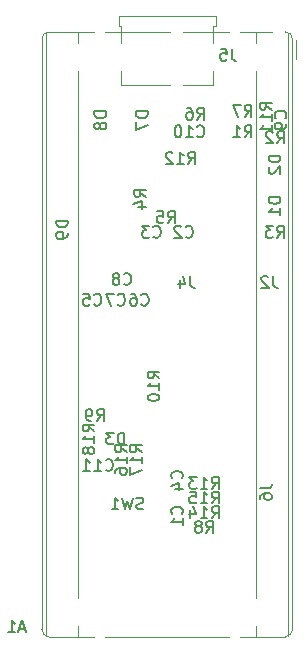
<source format=gbr>
%TF.GenerationSoftware,KiCad,Pcbnew,9.0.0*%
%TF.CreationDate,2025-03-18T00:42:33+02:00*%
%TF.ProjectId,haptic-bracelet,68617074-6963-42d6-9272-6163656c6574,rev?*%
%TF.SameCoordinates,Original*%
%TF.FileFunction,Legend,Bot*%
%TF.FilePolarity,Positive*%
%FSLAX46Y46*%
G04 Gerber Fmt 4.6, Leading zero omitted, Abs format (unit mm)*
G04 Created by KiCad (PCBNEW 9.0.0) date 2025-03-18 00:42:33*
%MOMM*%
%LPD*%
G01*
G04 APERTURE LIST*
G04 Aperture macros list*
%AMFreePoly0*
4,1,37,0.603843,0.796157,0.639018,0.796157,0.711114,0.766294,0.766294,0.711114,0.796157,0.639018,0.796157,0.603843,0.800000,0.600000,0.800000,-0.600000,0.796157,-0.603843,0.796157,-0.639018,0.766294,-0.711114,0.711114,-0.766294,0.639018,-0.796157,0.603843,-0.796157,0.600000,-0.800000,0.000000,-0.800000,0.000000,-0.796148,-0.078414,-0.796148,-0.232228,-0.765552,-0.377117,-0.705537,
-0.507515,-0.618408,-0.618408,-0.507515,-0.705537,-0.377117,-0.765552,-0.232228,-0.796148,-0.078414,-0.796148,0.078414,-0.765552,0.232228,-0.705537,0.377117,-0.618408,0.507515,-0.507515,0.618408,-0.377117,0.705537,-0.232228,0.765552,-0.078414,0.796148,0.000000,0.796148,0.000000,0.800000,0.600000,0.800000,0.603843,0.796157,0.603843,0.796157,$1*%
%AMFreePoly1*
4,1,37,0.000000,0.796148,0.078414,0.796148,0.232228,0.765552,0.377117,0.705537,0.507515,0.618408,0.618408,0.507515,0.705537,0.377117,0.765552,0.232228,0.796148,0.078414,0.796148,-0.078414,0.765552,-0.232228,0.705537,-0.377117,0.618408,-0.507515,0.507515,-0.618408,0.377117,-0.705537,0.232228,-0.765552,0.078414,-0.796148,0.000000,-0.796148,0.000000,-0.800000,-0.600000,-0.800000,
-0.603843,-0.796157,-0.639018,-0.796157,-0.711114,-0.766294,-0.766294,-0.711114,-0.796157,-0.639018,-0.796157,-0.603843,-0.800000,-0.600000,-0.800000,0.600000,-0.796157,0.603843,-0.796157,0.639018,-0.766294,0.711114,-0.711114,0.766294,-0.639018,0.796157,-0.603843,0.796157,-0.600000,0.800000,0.000000,0.800000,0.000000,0.796148,0.000000,0.796148,$1*%
G04 Aperture macros list end*
%ADD10C,0.150000*%
%ADD11C,0.120000*%
%ADD12C,0.900000*%
%ADD13C,0.650000*%
%ADD14O,1.000000X2.100000*%
%ADD15O,1.000000X1.600000*%
%ADD16C,0.770000*%
%ADD17FreePoly0,180.000000*%
%ADD18C,1.600000*%
%ADD19FreePoly1,180.000000*%
G04 APERTURE END LIST*
D10*
X161488094Y-108454819D02*
X161488094Y-107454819D01*
X161488094Y-107454819D02*
X161249999Y-107454819D01*
X161249999Y-107454819D02*
X161107142Y-107502438D01*
X161107142Y-107502438D02*
X161011904Y-107597676D01*
X161011904Y-107597676D02*
X160964285Y-107692914D01*
X160964285Y-107692914D02*
X160916666Y-107883390D01*
X160916666Y-107883390D02*
X160916666Y-108026247D01*
X160916666Y-108026247D02*
X160964285Y-108216723D01*
X160964285Y-108216723D02*
X161011904Y-108311961D01*
X161011904Y-108311961D02*
X161107142Y-108407200D01*
X161107142Y-108407200D02*
X161249999Y-108454819D01*
X161249999Y-108454819D02*
X161488094Y-108454819D01*
X160583332Y-107454819D02*
X159964285Y-107454819D01*
X159964285Y-107454819D02*
X160297618Y-107835771D01*
X160297618Y-107835771D02*
X160154761Y-107835771D01*
X160154761Y-107835771D02*
X160059523Y-107883390D01*
X160059523Y-107883390D02*
X160011904Y-107931009D01*
X160011904Y-107931009D02*
X159964285Y-108026247D01*
X159964285Y-108026247D02*
X159964285Y-108264342D01*
X159964285Y-108264342D02*
X160011904Y-108359580D01*
X160011904Y-108359580D02*
X160059523Y-108407200D01*
X160059523Y-108407200D02*
X160154761Y-108454819D01*
X160154761Y-108454819D02*
X160440475Y-108454819D01*
X160440475Y-108454819D02*
X160535713Y-108407200D01*
X160535713Y-108407200D02*
X160583332Y-108359580D01*
X167083333Y-94204819D02*
X167083333Y-94919104D01*
X167083333Y-94919104D02*
X167130952Y-95061961D01*
X167130952Y-95061961D02*
X167226190Y-95157200D01*
X167226190Y-95157200D02*
X167369047Y-95204819D01*
X167369047Y-95204819D02*
X167464285Y-95204819D01*
X166178571Y-94538152D02*
X166178571Y-95204819D01*
X166416666Y-94157200D02*
X166654761Y-94871485D01*
X166654761Y-94871485D02*
X166035714Y-94871485D01*
X167666666Y-80954819D02*
X167999999Y-80478628D01*
X168238094Y-80954819D02*
X168238094Y-79954819D01*
X168238094Y-79954819D02*
X167857142Y-79954819D01*
X167857142Y-79954819D02*
X167761904Y-80002438D01*
X167761904Y-80002438D02*
X167714285Y-80050057D01*
X167714285Y-80050057D02*
X167666666Y-80145295D01*
X167666666Y-80145295D02*
X167666666Y-80288152D01*
X167666666Y-80288152D02*
X167714285Y-80383390D01*
X167714285Y-80383390D02*
X167761904Y-80431009D01*
X167761904Y-80431009D02*
X167857142Y-80478628D01*
X167857142Y-80478628D02*
X168238094Y-80478628D01*
X166809523Y-79954819D02*
X166999999Y-79954819D01*
X166999999Y-79954819D02*
X167095237Y-80002438D01*
X167095237Y-80002438D02*
X167142856Y-80050057D01*
X167142856Y-80050057D02*
X167238094Y-80192914D01*
X167238094Y-80192914D02*
X167285713Y-80383390D01*
X167285713Y-80383390D02*
X167285713Y-80764342D01*
X167285713Y-80764342D02*
X167238094Y-80859580D01*
X167238094Y-80859580D02*
X167190475Y-80907200D01*
X167190475Y-80907200D02*
X167095237Y-80954819D01*
X167095237Y-80954819D02*
X166904761Y-80954819D01*
X166904761Y-80954819D02*
X166809523Y-80907200D01*
X166809523Y-80907200D02*
X166761904Y-80859580D01*
X166761904Y-80859580D02*
X166714285Y-80764342D01*
X166714285Y-80764342D02*
X166714285Y-80526247D01*
X166714285Y-80526247D02*
X166761904Y-80431009D01*
X166761904Y-80431009D02*
X166809523Y-80383390D01*
X166809523Y-80383390D02*
X166904761Y-80335771D01*
X166904761Y-80335771D02*
X167095237Y-80335771D01*
X167095237Y-80335771D02*
X167190475Y-80383390D01*
X167190475Y-80383390D02*
X167238094Y-80431009D01*
X167238094Y-80431009D02*
X167285713Y-80526247D01*
X165166666Y-89704819D02*
X165499999Y-89228628D01*
X165738094Y-89704819D02*
X165738094Y-88704819D01*
X165738094Y-88704819D02*
X165357142Y-88704819D01*
X165357142Y-88704819D02*
X165261904Y-88752438D01*
X165261904Y-88752438D02*
X165214285Y-88800057D01*
X165214285Y-88800057D02*
X165166666Y-88895295D01*
X165166666Y-88895295D02*
X165166666Y-89038152D01*
X165166666Y-89038152D02*
X165214285Y-89133390D01*
X165214285Y-89133390D02*
X165261904Y-89181009D01*
X165261904Y-89181009D02*
X165357142Y-89228628D01*
X165357142Y-89228628D02*
X165738094Y-89228628D01*
X164261904Y-88704819D02*
X164738094Y-88704819D01*
X164738094Y-88704819D02*
X164785713Y-89181009D01*
X164785713Y-89181009D02*
X164738094Y-89133390D01*
X164738094Y-89133390D02*
X164642856Y-89085771D01*
X164642856Y-89085771D02*
X164404761Y-89085771D01*
X164404761Y-89085771D02*
X164309523Y-89133390D01*
X164309523Y-89133390D02*
X164261904Y-89181009D01*
X164261904Y-89181009D02*
X164214285Y-89276247D01*
X164214285Y-89276247D02*
X164214285Y-89514342D01*
X164214285Y-89514342D02*
X164261904Y-89609580D01*
X164261904Y-89609580D02*
X164309523Y-89657200D01*
X164309523Y-89657200D02*
X164404761Y-89704819D01*
X164404761Y-89704819D02*
X164642856Y-89704819D01*
X164642856Y-89704819D02*
X164738094Y-89657200D01*
X164738094Y-89657200D02*
X164785713Y-89609580D01*
X166892857Y-84704819D02*
X167226190Y-84228628D01*
X167464285Y-84704819D02*
X167464285Y-83704819D01*
X167464285Y-83704819D02*
X167083333Y-83704819D01*
X167083333Y-83704819D02*
X166988095Y-83752438D01*
X166988095Y-83752438D02*
X166940476Y-83800057D01*
X166940476Y-83800057D02*
X166892857Y-83895295D01*
X166892857Y-83895295D02*
X166892857Y-84038152D01*
X166892857Y-84038152D02*
X166940476Y-84133390D01*
X166940476Y-84133390D02*
X166988095Y-84181009D01*
X166988095Y-84181009D02*
X167083333Y-84228628D01*
X167083333Y-84228628D02*
X167464285Y-84228628D01*
X165940476Y-84704819D02*
X166511904Y-84704819D01*
X166226190Y-84704819D02*
X166226190Y-83704819D01*
X166226190Y-83704819D02*
X166321428Y-83847676D01*
X166321428Y-83847676D02*
X166416666Y-83942914D01*
X166416666Y-83942914D02*
X166511904Y-83990533D01*
X165559523Y-83800057D02*
X165511904Y-83752438D01*
X165511904Y-83752438D02*
X165416666Y-83704819D01*
X165416666Y-83704819D02*
X165178571Y-83704819D01*
X165178571Y-83704819D02*
X165083333Y-83752438D01*
X165083333Y-83752438D02*
X165035714Y-83800057D01*
X165035714Y-83800057D02*
X164988095Y-83895295D01*
X164988095Y-83895295D02*
X164988095Y-83990533D01*
X164988095Y-83990533D02*
X165035714Y-84133390D01*
X165035714Y-84133390D02*
X165607142Y-84704819D01*
X165607142Y-84704819D02*
X164988095Y-84704819D01*
X166666666Y-90859580D02*
X166714285Y-90907200D01*
X166714285Y-90907200D02*
X166857142Y-90954819D01*
X166857142Y-90954819D02*
X166952380Y-90954819D01*
X166952380Y-90954819D02*
X167095237Y-90907200D01*
X167095237Y-90907200D02*
X167190475Y-90811961D01*
X167190475Y-90811961D02*
X167238094Y-90716723D01*
X167238094Y-90716723D02*
X167285713Y-90526247D01*
X167285713Y-90526247D02*
X167285713Y-90383390D01*
X167285713Y-90383390D02*
X167238094Y-90192914D01*
X167238094Y-90192914D02*
X167190475Y-90097676D01*
X167190475Y-90097676D02*
X167095237Y-90002438D01*
X167095237Y-90002438D02*
X166952380Y-89954819D01*
X166952380Y-89954819D02*
X166857142Y-89954819D01*
X166857142Y-89954819D02*
X166714285Y-90002438D01*
X166714285Y-90002438D02*
X166666666Y-90050057D01*
X166285713Y-90050057D02*
X166238094Y-90002438D01*
X166238094Y-90002438D02*
X166142856Y-89954819D01*
X166142856Y-89954819D02*
X165904761Y-89954819D01*
X165904761Y-89954819D02*
X165809523Y-90002438D01*
X165809523Y-90002438D02*
X165761904Y-90050057D01*
X165761904Y-90050057D02*
X165714285Y-90145295D01*
X165714285Y-90145295D02*
X165714285Y-90240533D01*
X165714285Y-90240533D02*
X165761904Y-90383390D01*
X165761904Y-90383390D02*
X166333332Y-90954819D01*
X166333332Y-90954819D02*
X165714285Y-90954819D01*
X159892857Y-110609580D02*
X159940476Y-110657200D01*
X159940476Y-110657200D02*
X160083333Y-110704819D01*
X160083333Y-110704819D02*
X160178571Y-110704819D01*
X160178571Y-110704819D02*
X160321428Y-110657200D01*
X160321428Y-110657200D02*
X160416666Y-110561961D01*
X160416666Y-110561961D02*
X160464285Y-110466723D01*
X160464285Y-110466723D02*
X160511904Y-110276247D01*
X160511904Y-110276247D02*
X160511904Y-110133390D01*
X160511904Y-110133390D02*
X160464285Y-109942914D01*
X160464285Y-109942914D02*
X160416666Y-109847676D01*
X160416666Y-109847676D02*
X160321428Y-109752438D01*
X160321428Y-109752438D02*
X160178571Y-109704819D01*
X160178571Y-109704819D02*
X160083333Y-109704819D01*
X160083333Y-109704819D02*
X159940476Y-109752438D01*
X159940476Y-109752438D02*
X159892857Y-109800057D01*
X158940476Y-110704819D02*
X159511904Y-110704819D01*
X159226190Y-110704819D02*
X159226190Y-109704819D01*
X159226190Y-109704819D02*
X159321428Y-109847676D01*
X159321428Y-109847676D02*
X159416666Y-109942914D01*
X159416666Y-109942914D02*
X159511904Y-109990533D01*
X157988095Y-110704819D02*
X158559523Y-110704819D01*
X158273809Y-110704819D02*
X158273809Y-109704819D01*
X158273809Y-109704819D02*
X158369047Y-109847676D01*
X158369047Y-109847676D02*
X158464285Y-109942914D01*
X158464285Y-109942914D02*
X158559523Y-109990533D01*
X174416666Y-82954819D02*
X174749999Y-82478628D01*
X174988094Y-82954819D02*
X174988094Y-81954819D01*
X174988094Y-81954819D02*
X174607142Y-81954819D01*
X174607142Y-81954819D02*
X174511904Y-82002438D01*
X174511904Y-82002438D02*
X174464285Y-82050057D01*
X174464285Y-82050057D02*
X174416666Y-82145295D01*
X174416666Y-82145295D02*
X174416666Y-82288152D01*
X174416666Y-82288152D02*
X174464285Y-82383390D01*
X174464285Y-82383390D02*
X174511904Y-82431009D01*
X174511904Y-82431009D02*
X174607142Y-82478628D01*
X174607142Y-82478628D02*
X174988094Y-82478628D01*
X174035713Y-82050057D02*
X173988094Y-82002438D01*
X173988094Y-82002438D02*
X173892856Y-81954819D01*
X173892856Y-81954819D02*
X173654761Y-81954819D01*
X173654761Y-81954819D02*
X173559523Y-82002438D01*
X173559523Y-82002438D02*
X173511904Y-82050057D01*
X173511904Y-82050057D02*
X173464285Y-82145295D01*
X173464285Y-82145295D02*
X173464285Y-82240533D01*
X173464285Y-82240533D02*
X173511904Y-82383390D01*
X173511904Y-82383390D02*
X174083332Y-82954819D01*
X174083332Y-82954819D02*
X173464285Y-82954819D01*
X159954819Y-80261905D02*
X158954819Y-80261905D01*
X158954819Y-80261905D02*
X158954819Y-80500000D01*
X158954819Y-80500000D02*
X159002438Y-80642857D01*
X159002438Y-80642857D02*
X159097676Y-80738095D01*
X159097676Y-80738095D02*
X159192914Y-80785714D01*
X159192914Y-80785714D02*
X159383390Y-80833333D01*
X159383390Y-80833333D02*
X159526247Y-80833333D01*
X159526247Y-80833333D02*
X159716723Y-80785714D01*
X159716723Y-80785714D02*
X159811961Y-80738095D01*
X159811961Y-80738095D02*
X159907200Y-80642857D01*
X159907200Y-80642857D02*
X159954819Y-80500000D01*
X159954819Y-80500000D02*
X159954819Y-80261905D01*
X159383390Y-81404762D02*
X159335771Y-81309524D01*
X159335771Y-81309524D02*
X159288152Y-81261905D01*
X159288152Y-81261905D02*
X159192914Y-81214286D01*
X159192914Y-81214286D02*
X159145295Y-81214286D01*
X159145295Y-81214286D02*
X159050057Y-81261905D01*
X159050057Y-81261905D02*
X159002438Y-81309524D01*
X159002438Y-81309524D02*
X158954819Y-81404762D01*
X158954819Y-81404762D02*
X158954819Y-81595238D01*
X158954819Y-81595238D02*
X159002438Y-81690476D01*
X159002438Y-81690476D02*
X159050057Y-81738095D01*
X159050057Y-81738095D02*
X159145295Y-81785714D01*
X159145295Y-81785714D02*
X159192914Y-81785714D01*
X159192914Y-81785714D02*
X159288152Y-81738095D01*
X159288152Y-81738095D02*
X159335771Y-81690476D01*
X159335771Y-81690476D02*
X159383390Y-81595238D01*
X159383390Y-81595238D02*
X159383390Y-81404762D01*
X159383390Y-81404762D02*
X159431009Y-81309524D01*
X159431009Y-81309524D02*
X159478628Y-81261905D01*
X159478628Y-81261905D02*
X159573866Y-81214286D01*
X159573866Y-81214286D02*
X159764342Y-81214286D01*
X159764342Y-81214286D02*
X159859580Y-81261905D01*
X159859580Y-81261905D02*
X159907200Y-81309524D01*
X159907200Y-81309524D02*
X159954819Y-81404762D01*
X159954819Y-81404762D02*
X159954819Y-81595238D01*
X159954819Y-81595238D02*
X159907200Y-81690476D01*
X159907200Y-81690476D02*
X159859580Y-81738095D01*
X159859580Y-81738095D02*
X159764342Y-81785714D01*
X159764342Y-81785714D02*
X159573866Y-81785714D01*
X159573866Y-81785714D02*
X159478628Y-81738095D01*
X159478628Y-81738095D02*
X159431009Y-81690476D01*
X159431009Y-81690476D02*
X159383390Y-81595238D01*
X168892857Y-113454819D02*
X169226190Y-112978628D01*
X169464285Y-113454819D02*
X169464285Y-112454819D01*
X169464285Y-112454819D02*
X169083333Y-112454819D01*
X169083333Y-112454819D02*
X168988095Y-112502438D01*
X168988095Y-112502438D02*
X168940476Y-112550057D01*
X168940476Y-112550057D02*
X168892857Y-112645295D01*
X168892857Y-112645295D02*
X168892857Y-112788152D01*
X168892857Y-112788152D02*
X168940476Y-112883390D01*
X168940476Y-112883390D02*
X168988095Y-112931009D01*
X168988095Y-112931009D02*
X169083333Y-112978628D01*
X169083333Y-112978628D02*
X169464285Y-112978628D01*
X167940476Y-113454819D02*
X168511904Y-113454819D01*
X168226190Y-113454819D02*
X168226190Y-112454819D01*
X168226190Y-112454819D02*
X168321428Y-112597676D01*
X168321428Y-112597676D02*
X168416666Y-112692914D01*
X168416666Y-112692914D02*
X168511904Y-112740533D01*
X167035714Y-112454819D02*
X167511904Y-112454819D01*
X167511904Y-112454819D02*
X167559523Y-112931009D01*
X167559523Y-112931009D02*
X167511904Y-112883390D01*
X167511904Y-112883390D02*
X167416666Y-112835771D01*
X167416666Y-112835771D02*
X167178571Y-112835771D01*
X167178571Y-112835771D02*
X167083333Y-112883390D01*
X167083333Y-112883390D02*
X167035714Y-112931009D01*
X167035714Y-112931009D02*
X166988095Y-113026247D01*
X166988095Y-113026247D02*
X166988095Y-113264342D01*
X166988095Y-113264342D02*
X167035714Y-113359580D01*
X167035714Y-113359580D02*
X167083333Y-113407200D01*
X167083333Y-113407200D02*
X167178571Y-113454819D01*
X167178571Y-113454819D02*
X167416666Y-113454819D01*
X167416666Y-113454819D02*
X167511904Y-113407200D01*
X167511904Y-113407200D02*
X167559523Y-113359580D01*
X163941666Y-90859580D02*
X163989285Y-90907200D01*
X163989285Y-90907200D02*
X164132142Y-90954819D01*
X164132142Y-90954819D02*
X164227380Y-90954819D01*
X164227380Y-90954819D02*
X164370237Y-90907200D01*
X164370237Y-90907200D02*
X164465475Y-90811961D01*
X164465475Y-90811961D02*
X164513094Y-90716723D01*
X164513094Y-90716723D02*
X164560713Y-90526247D01*
X164560713Y-90526247D02*
X164560713Y-90383390D01*
X164560713Y-90383390D02*
X164513094Y-90192914D01*
X164513094Y-90192914D02*
X164465475Y-90097676D01*
X164465475Y-90097676D02*
X164370237Y-90002438D01*
X164370237Y-90002438D02*
X164227380Y-89954819D01*
X164227380Y-89954819D02*
X164132142Y-89954819D01*
X164132142Y-89954819D02*
X163989285Y-90002438D01*
X163989285Y-90002438D02*
X163941666Y-90050057D01*
X163608332Y-89954819D02*
X162989285Y-89954819D01*
X162989285Y-89954819D02*
X163322618Y-90335771D01*
X163322618Y-90335771D02*
X163179761Y-90335771D01*
X163179761Y-90335771D02*
X163084523Y-90383390D01*
X163084523Y-90383390D02*
X163036904Y-90431009D01*
X163036904Y-90431009D02*
X162989285Y-90526247D01*
X162989285Y-90526247D02*
X162989285Y-90764342D01*
X162989285Y-90764342D02*
X163036904Y-90859580D01*
X163036904Y-90859580D02*
X163084523Y-90907200D01*
X163084523Y-90907200D02*
X163179761Y-90954819D01*
X163179761Y-90954819D02*
X163465475Y-90954819D01*
X163465475Y-90954819D02*
X163560713Y-90907200D01*
X163560713Y-90907200D02*
X163608332Y-90859580D01*
X171666666Y-80704819D02*
X171999999Y-80228628D01*
X172238094Y-80704819D02*
X172238094Y-79704819D01*
X172238094Y-79704819D02*
X171857142Y-79704819D01*
X171857142Y-79704819D02*
X171761904Y-79752438D01*
X171761904Y-79752438D02*
X171714285Y-79800057D01*
X171714285Y-79800057D02*
X171666666Y-79895295D01*
X171666666Y-79895295D02*
X171666666Y-80038152D01*
X171666666Y-80038152D02*
X171714285Y-80133390D01*
X171714285Y-80133390D02*
X171761904Y-80181009D01*
X171761904Y-80181009D02*
X171857142Y-80228628D01*
X171857142Y-80228628D02*
X172238094Y-80228628D01*
X171333332Y-79704819D02*
X170666666Y-79704819D01*
X170666666Y-79704819D02*
X171095237Y-80704819D01*
X162916666Y-96609580D02*
X162964285Y-96657200D01*
X162964285Y-96657200D02*
X163107142Y-96704819D01*
X163107142Y-96704819D02*
X163202380Y-96704819D01*
X163202380Y-96704819D02*
X163345237Y-96657200D01*
X163345237Y-96657200D02*
X163440475Y-96561961D01*
X163440475Y-96561961D02*
X163488094Y-96466723D01*
X163488094Y-96466723D02*
X163535713Y-96276247D01*
X163535713Y-96276247D02*
X163535713Y-96133390D01*
X163535713Y-96133390D02*
X163488094Y-95942914D01*
X163488094Y-95942914D02*
X163440475Y-95847676D01*
X163440475Y-95847676D02*
X163345237Y-95752438D01*
X163345237Y-95752438D02*
X163202380Y-95704819D01*
X163202380Y-95704819D02*
X163107142Y-95704819D01*
X163107142Y-95704819D02*
X162964285Y-95752438D01*
X162964285Y-95752438D02*
X162916666Y-95800057D01*
X162059523Y-95704819D02*
X162249999Y-95704819D01*
X162249999Y-95704819D02*
X162345237Y-95752438D01*
X162345237Y-95752438D02*
X162392856Y-95800057D01*
X162392856Y-95800057D02*
X162488094Y-95942914D01*
X162488094Y-95942914D02*
X162535713Y-96133390D01*
X162535713Y-96133390D02*
X162535713Y-96514342D01*
X162535713Y-96514342D02*
X162488094Y-96609580D01*
X162488094Y-96609580D02*
X162440475Y-96657200D01*
X162440475Y-96657200D02*
X162345237Y-96704819D01*
X162345237Y-96704819D02*
X162154761Y-96704819D01*
X162154761Y-96704819D02*
X162059523Y-96657200D01*
X162059523Y-96657200D02*
X162011904Y-96609580D01*
X162011904Y-96609580D02*
X161964285Y-96514342D01*
X161964285Y-96514342D02*
X161964285Y-96276247D01*
X161964285Y-96276247D02*
X162011904Y-96181009D01*
X162011904Y-96181009D02*
X162059523Y-96133390D01*
X162059523Y-96133390D02*
X162154761Y-96085771D01*
X162154761Y-96085771D02*
X162345237Y-96085771D01*
X162345237Y-96085771D02*
X162440475Y-96133390D01*
X162440475Y-96133390D02*
X162488094Y-96181009D01*
X162488094Y-96181009D02*
X162535713Y-96276247D01*
X174083333Y-94204819D02*
X174083333Y-94919104D01*
X174083333Y-94919104D02*
X174130952Y-95061961D01*
X174130952Y-95061961D02*
X174226190Y-95157200D01*
X174226190Y-95157200D02*
X174369047Y-95204819D01*
X174369047Y-95204819D02*
X174464285Y-95204819D01*
X173654761Y-94300057D02*
X173607142Y-94252438D01*
X173607142Y-94252438D02*
X173511904Y-94204819D01*
X173511904Y-94204819D02*
X173273809Y-94204819D01*
X173273809Y-94204819D02*
X173178571Y-94252438D01*
X173178571Y-94252438D02*
X173130952Y-94300057D01*
X173130952Y-94300057D02*
X173083333Y-94395295D01*
X173083333Y-94395295D02*
X173083333Y-94490533D01*
X173083333Y-94490533D02*
X173130952Y-94633390D01*
X173130952Y-94633390D02*
X173702380Y-95204819D01*
X173702380Y-95204819D02*
X173083333Y-95204819D01*
X171666666Y-82454819D02*
X171999999Y-81978628D01*
X172238094Y-82454819D02*
X172238094Y-81454819D01*
X172238094Y-81454819D02*
X171857142Y-81454819D01*
X171857142Y-81454819D02*
X171761904Y-81502438D01*
X171761904Y-81502438D02*
X171714285Y-81550057D01*
X171714285Y-81550057D02*
X171666666Y-81645295D01*
X171666666Y-81645295D02*
X171666666Y-81788152D01*
X171666666Y-81788152D02*
X171714285Y-81883390D01*
X171714285Y-81883390D02*
X171761904Y-81931009D01*
X171761904Y-81931009D02*
X171857142Y-81978628D01*
X171857142Y-81978628D02*
X172238094Y-81978628D01*
X170714285Y-82454819D02*
X171285713Y-82454819D01*
X170999999Y-82454819D02*
X170999999Y-81454819D01*
X170999999Y-81454819D02*
X171095237Y-81597676D01*
X171095237Y-81597676D02*
X171190475Y-81692914D01*
X171190475Y-81692914D02*
X171285713Y-81740533D01*
X161441666Y-94859580D02*
X161489285Y-94907200D01*
X161489285Y-94907200D02*
X161632142Y-94954819D01*
X161632142Y-94954819D02*
X161727380Y-94954819D01*
X161727380Y-94954819D02*
X161870237Y-94907200D01*
X161870237Y-94907200D02*
X161965475Y-94811961D01*
X161965475Y-94811961D02*
X162013094Y-94716723D01*
X162013094Y-94716723D02*
X162060713Y-94526247D01*
X162060713Y-94526247D02*
X162060713Y-94383390D01*
X162060713Y-94383390D02*
X162013094Y-94192914D01*
X162013094Y-94192914D02*
X161965475Y-94097676D01*
X161965475Y-94097676D02*
X161870237Y-94002438D01*
X161870237Y-94002438D02*
X161727380Y-93954819D01*
X161727380Y-93954819D02*
X161632142Y-93954819D01*
X161632142Y-93954819D02*
X161489285Y-94002438D01*
X161489285Y-94002438D02*
X161441666Y-94050057D01*
X160870237Y-94383390D02*
X160965475Y-94335771D01*
X160965475Y-94335771D02*
X161013094Y-94288152D01*
X161013094Y-94288152D02*
X161060713Y-94192914D01*
X161060713Y-94192914D02*
X161060713Y-94145295D01*
X161060713Y-94145295D02*
X161013094Y-94050057D01*
X161013094Y-94050057D02*
X160965475Y-94002438D01*
X160965475Y-94002438D02*
X160870237Y-93954819D01*
X160870237Y-93954819D02*
X160679761Y-93954819D01*
X160679761Y-93954819D02*
X160584523Y-94002438D01*
X160584523Y-94002438D02*
X160536904Y-94050057D01*
X160536904Y-94050057D02*
X160489285Y-94145295D01*
X160489285Y-94145295D02*
X160489285Y-94192914D01*
X160489285Y-94192914D02*
X160536904Y-94288152D01*
X160536904Y-94288152D02*
X160584523Y-94335771D01*
X160584523Y-94335771D02*
X160679761Y-94383390D01*
X160679761Y-94383390D02*
X160870237Y-94383390D01*
X160870237Y-94383390D02*
X160965475Y-94431009D01*
X160965475Y-94431009D02*
X161013094Y-94478628D01*
X161013094Y-94478628D02*
X161060713Y-94573866D01*
X161060713Y-94573866D02*
X161060713Y-94764342D01*
X161060713Y-94764342D02*
X161013094Y-94859580D01*
X161013094Y-94859580D02*
X160965475Y-94907200D01*
X160965475Y-94907200D02*
X160870237Y-94954819D01*
X160870237Y-94954819D02*
X160679761Y-94954819D01*
X160679761Y-94954819D02*
X160584523Y-94907200D01*
X160584523Y-94907200D02*
X160536904Y-94859580D01*
X160536904Y-94859580D02*
X160489285Y-94764342D01*
X160489285Y-94764342D02*
X160489285Y-94573866D01*
X160489285Y-94573866D02*
X160536904Y-94478628D01*
X160536904Y-94478628D02*
X160584523Y-94431009D01*
X160584523Y-94431009D02*
X160679761Y-94383390D01*
X166359580Y-111333333D02*
X166407200Y-111285714D01*
X166407200Y-111285714D02*
X166454819Y-111142857D01*
X166454819Y-111142857D02*
X166454819Y-111047619D01*
X166454819Y-111047619D02*
X166407200Y-110904762D01*
X166407200Y-110904762D02*
X166311961Y-110809524D01*
X166311961Y-110809524D02*
X166216723Y-110761905D01*
X166216723Y-110761905D02*
X166026247Y-110714286D01*
X166026247Y-110714286D02*
X165883390Y-110714286D01*
X165883390Y-110714286D02*
X165692914Y-110761905D01*
X165692914Y-110761905D02*
X165597676Y-110809524D01*
X165597676Y-110809524D02*
X165502438Y-110904762D01*
X165502438Y-110904762D02*
X165454819Y-111047619D01*
X165454819Y-111047619D02*
X165454819Y-111142857D01*
X165454819Y-111142857D02*
X165502438Y-111285714D01*
X165502438Y-111285714D02*
X165550057Y-111333333D01*
X165788152Y-112190476D02*
X166454819Y-112190476D01*
X165407200Y-111952381D02*
X166121485Y-111714286D01*
X166121485Y-111714286D02*
X166121485Y-112333333D01*
X163083332Y-113907200D02*
X162940475Y-113954819D01*
X162940475Y-113954819D02*
X162702380Y-113954819D01*
X162702380Y-113954819D02*
X162607142Y-113907200D01*
X162607142Y-113907200D02*
X162559523Y-113859580D01*
X162559523Y-113859580D02*
X162511904Y-113764342D01*
X162511904Y-113764342D02*
X162511904Y-113669104D01*
X162511904Y-113669104D02*
X162559523Y-113573866D01*
X162559523Y-113573866D02*
X162607142Y-113526247D01*
X162607142Y-113526247D02*
X162702380Y-113478628D01*
X162702380Y-113478628D02*
X162892856Y-113431009D01*
X162892856Y-113431009D02*
X162988094Y-113383390D01*
X162988094Y-113383390D02*
X163035713Y-113335771D01*
X163035713Y-113335771D02*
X163083332Y-113240533D01*
X163083332Y-113240533D02*
X163083332Y-113145295D01*
X163083332Y-113145295D02*
X163035713Y-113050057D01*
X163035713Y-113050057D02*
X162988094Y-113002438D01*
X162988094Y-113002438D02*
X162892856Y-112954819D01*
X162892856Y-112954819D02*
X162654761Y-112954819D01*
X162654761Y-112954819D02*
X162511904Y-113002438D01*
X162178570Y-112954819D02*
X161940475Y-113954819D01*
X161940475Y-113954819D02*
X161749999Y-113240533D01*
X161749999Y-113240533D02*
X161559523Y-113954819D01*
X161559523Y-113954819D02*
X161321428Y-112954819D01*
X160416666Y-113954819D02*
X160988094Y-113954819D01*
X160702380Y-113954819D02*
X160702380Y-112954819D01*
X160702380Y-112954819D02*
X160797618Y-113097676D01*
X160797618Y-113097676D02*
X160892856Y-113192914D01*
X160892856Y-113192914D02*
X160988094Y-113240533D01*
X156704819Y-89511905D02*
X155704819Y-89511905D01*
X155704819Y-89511905D02*
X155704819Y-89750000D01*
X155704819Y-89750000D02*
X155752438Y-89892857D01*
X155752438Y-89892857D02*
X155847676Y-89988095D01*
X155847676Y-89988095D02*
X155942914Y-90035714D01*
X155942914Y-90035714D02*
X156133390Y-90083333D01*
X156133390Y-90083333D02*
X156276247Y-90083333D01*
X156276247Y-90083333D02*
X156466723Y-90035714D01*
X156466723Y-90035714D02*
X156561961Y-89988095D01*
X156561961Y-89988095D02*
X156657200Y-89892857D01*
X156657200Y-89892857D02*
X156704819Y-89750000D01*
X156704819Y-89750000D02*
X156704819Y-89511905D01*
X156704819Y-90559524D02*
X156704819Y-90750000D01*
X156704819Y-90750000D02*
X156657200Y-90845238D01*
X156657200Y-90845238D02*
X156609580Y-90892857D01*
X156609580Y-90892857D02*
X156466723Y-90988095D01*
X156466723Y-90988095D02*
X156276247Y-91035714D01*
X156276247Y-91035714D02*
X155895295Y-91035714D01*
X155895295Y-91035714D02*
X155800057Y-90988095D01*
X155800057Y-90988095D02*
X155752438Y-90940476D01*
X155752438Y-90940476D02*
X155704819Y-90845238D01*
X155704819Y-90845238D02*
X155704819Y-90654762D01*
X155704819Y-90654762D02*
X155752438Y-90559524D01*
X155752438Y-90559524D02*
X155800057Y-90511905D01*
X155800057Y-90511905D02*
X155895295Y-90464286D01*
X155895295Y-90464286D02*
X156133390Y-90464286D01*
X156133390Y-90464286D02*
X156228628Y-90511905D01*
X156228628Y-90511905D02*
X156276247Y-90559524D01*
X156276247Y-90559524D02*
X156323866Y-90654762D01*
X156323866Y-90654762D02*
X156323866Y-90845238D01*
X156323866Y-90845238D02*
X156276247Y-90940476D01*
X156276247Y-90940476D02*
X156228628Y-90988095D01*
X156228628Y-90988095D02*
X156133390Y-91035714D01*
X163304819Y-87483333D02*
X162828628Y-87150000D01*
X163304819Y-86911905D02*
X162304819Y-86911905D01*
X162304819Y-86911905D02*
X162304819Y-87292857D01*
X162304819Y-87292857D02*
X162352438Y-87388095D01*
X162352438Y-87388095D02*
X162400057Y-87435714D01*
X162400057Y-87435714D02*
X162495295Y-87483333D01*
X162495295Y-87483333D02*
X162638152Y-87483333D01*
X162638152Y-87483333D02*
X162733390Y-87435714D01*
X162733390Y-87435714D02*
X162781009Y-87388095D01*
X162781009Y-87388095D02*
X162828628Y-87292857D01*
X162828628Y-87292857D02*
X162828628Y-86911905D01*
X162638152Y-88340476D02*
X163304819Y-88340476D01*
X162257200Y-88102381D02*
X162971485Y-87864286D01*
X162971485Y-87864286D02*
X162971485Y-88483333D01*
X167642857Y-82359580D02*
X167690476Y-82407200D01*
X167690476Y-82407200D02*
X167833333Y-82454819D01*
X167833333Y-82454819D02*
X167928571Y-82454819D01*
X167928571Y-82454819D02*
X168071428Y-82407200D01*
X168071428Y-82407200D02*
X168166666Y-82311961D01*
X168166666Y-82311961D02*
X168214285Y-82216723D01*
X168214285Y-82216723D02*
X168261904Y-82026247D01*
X168261904Y-82026247D02*
X168261904Y-81883390D01*
X168261904Y-81883390D02*
X168214285Y-81692914D01*
X168214285Y-81692914D02*
X168166666Y-81597676D01*
X168166666Y-81597676D02*
X168071428Y-81502438D01*
X168071428Y-81502438D02*
X167928571Y-81454819D01*
X167928571Y-81454819D02*
X167833333Y-81454819D01*
X167833333Y-81454819D02*
X167690476Y-81502438D01*
X167690476Y-81502438D02*
X167642857Y-81550057D01*
X166690476Y-82454819D02*
X167261904Y-82454819D01*
X166976190Y-82454819D02*
X166976190Y-81454819D01*
X166976190Y-81454819D02*
X167071428Y-81597676D01*
X167071428Y-81597676D02*
X167166666Y-81692914D01*
X167166666Y-81692914D02*
X167261904Y-81740533D01*
X166071428Y-81454819D02*
X165976190Y-81454819D01*
X165976190Y-81454819D02*
X165880952Y-81502438D01*
X165880952Y-81502438D02*
X165833333Y-81550057D01*
X165833333Y-81550057D02*
X165785714Y-81645295D01*
X165785714Y-81645295D02*
X165738095Y-81835771D01*
X165738095Y-81835771D02*
X165738095Y-82073866D01*
X165738095Y-82073866D02*
X165785714Y-82264342D01*
X165785714Y-82264342D02*
X165833333Y-82359580D01*
X165833333Y-82359580D02*
X165880952Y-82407200D01*
X165880952Y-82407200D02*
X165976190Y-82454819D01*
X165976190Y-82454819D02*
X166071428Y-82454819D01*
X166071428Y-82454819D02*
X166166666Y-82407200D01*
X166166666Y-82407200D02*
X166214285Y-82359580D01*
X166214285Y-82359580D02*
X166261904Y-82264342D01*
X166261904Y-82264342D02*
X166309523Y-82073866D01*
X166309523Y-82073866D02*
X166309523Y-81835771D01*
X166309523Y-81835771D02*
X166261904Y-81645295D01*
X166261904Y-81645295D02*
X166214285Y-81550057D01*
X166214285Y-81550057D02*
X166166666Y-81502438D01*
X166166666Y-81502438D02*
X166071428Y-81454819D01*
X170583333Y-74954819D02*
X170583333Y-75669104D01*
X170583333Y-75669104D02*
X170630952Y-75811961D01*
X170630952Y-75811961D02*
X170726190Y-75907200D01*
X170726190Y-75907200D02*
X170869047Y-75954819D01*
X170869047Y-75954819D02*
X170964285Y-75954819D01*
X169630952Y-74954819D02*
X170107142Y-74954819D01*
X170107142Y-74954819D02*
X170154761Y-75431009D01*
X170154761Y-75431009D02*
X170107142Y-75383390D01*
X170107142Y-75383390D02*
X170011904Y-75335771D01*
X170011904Y-75335771D02*
X169773809Y-75335771D01*
X169773809Y-75335771D02*
X169678571Y-75383390D01*
X169678571Y-75383390D02*
X169630952Y-75431009D01*
X169630952Y-75431009D02*
X169583333Y-75526247D01*
X169583333Y-75526247D02*
X169583333Y-75764342D01*
X169583333Y-75764342D02*
X169630952Y-75859580D01*
X169630952Y-75859580D02*
X169678571Y-75907200D01*
X169678571Y-75907200D02*
X169773809Y-75954819D01*
X169773809Y-75954819D02*
X170011904Y-75954819D01*
X170011904Y-75954819D02*
X170107142Y-75907200D01*
X170107142Y-75907200D02*
X170154761Y-75859580D01*
X168416666Y-115954819D02*
X168749999Y-115478628D01*
X168988094Y-115954819D02*
X168988094Y-114954819D01*
X168988094Y-114954819D02*
X168607142Y-114954819D01*
X168607142Y-114954819D02*
X168511904Y-115002438D01*
X168511904Y-115002438D02*
X168464285Y-115050057D01*
X168464285Y-115050057D02*
X168416666Y-115145295D01*
X168416666Y-115145295D02*
X168416666Y-115288152D01*
X168416666Y-115288152D02*
X168464285Y-115383390D01*
X168464285Y-115383390D02*
X168511904Y-115431009D01*
X168511904Y-115431009D02*
X168607142Y-115478628D01*
X168607142Y-115478628D02*
X168988094Y-115478628D01*
X167845237Y-115383390D02*
X167940475Y-115335771D01*
X167940475Y-115335771D02*
X167988094Y-115288152D01*
X167988094Y-115288152D02*
X168035713Y-115192914D01*
X168035713Y-115192914D02*
X168035713Y-115145295D01*
X168035713Y-115145295D02*
X167988094Y-115050057D01*
X167988094Y-115050057D02*
X167940475Y-115002438D01*
X167940475Y-115002438D02*
X167845237Y-114954819D01*
X167845237Y-114954819D02*
X167654761Y-114954819D01*
X167654761Y-114954819D02*
X167559523Y-115002438D01*
X167559523Y-115002438D02*
X167511904Y-115050057D01*
X167511904Y-115050057D02*
X167464285Y-115145295D01*
X167464285Y-115145295D02*
X167464285Y-115192914D01*
X167464285Y-115192914D02*
X167511904Y-115288152D01*
X167511904Y-115288152D02*
X167559523Y-115335771D01*
X167559523Y-115335771D02*
X167654761Y-115383390D01*
X167654761Y-115383390D02*
X167845237Y-115383390D01*
X167845237Y-115383390D02*
X167940475Y-115431009D01*
X167940475Y-115431009D02*
X167988094Y-115478628D01*
X167988094Y-115478628D02*
X168035713Y-115573866D01*
X168035713Y-115573866D02*
X168035713Y-115764342D01*
X168035713Y-115764342D02*
X167988094Y-115859580D01*
X167988094Y-115859580D02*
X167940475Y-115907200D01*
X167940475Y-115907200D02*
X167845237Y-115954819D01*
X167845237Y-115954819D02*
X167654761Y-115954819D01*
X167654761Y-115954819D02*
X167559523Y-115907200D01*
X167559523Y-115907200D02*
X167511904Y-115859580D01*
X167511904Y-115859580D02*
X167464285Y-115764342D01*
X167464285Y-115764342D02*
X167464285Y-115573866D01*
X167464285Y-115573866D02*
X167511904Y-115478628D01*
X167511904Y-115478628D02*
X167559523Y-115431009D01*
X167559523Y-115431009D02*
X167654761Y-115383390D01*
X162954819Y-109107142D02*
X162478628Y-108773809D01*
X162954819Y-108535714D02*
X161954819Y-108535714D01*
X161954819Y-108535714D02*
X161954819Y-108916666D01*
X161954819Y-108916666D02*
X162002438Y-109011904D01*
X162002438Y-109011904D02*
X162050057Y-109059523D01*
X162050057Y-109059523D02*
X162145295Y-109107142D01*
X162145295Y-109107142D02*
X162288152Y-109107142D01*
X162288152Y-109107142D02*
X162383390Y-109059523D01*
X162383390Y-109059523D02*
X162431009Y-109011904D01*
X162431009Y-109011904D02*
X162478628Y-108916666D01*
X162478628Y-108916666D02*
X162478628Y-108535714D01*
X162954819Y-110059523D02*
X162954819Y-109488095D01*
X162954819Y-109773809D02*
X161954819Y-109773809D01*
X161954819Y-109773809D02*
X162097676Y-109678571D01*
X162097676Y-109678571D02*
X162192914Y-109583333D01*
X162192914Y-109583333D02*
X162240533Y-109488095D01*
X161954819Y-110392857D02*
X161954819Y-111059523D01*
X161954819Y-111059523D02*
X162954819Y-110630952D01*
X159166666Y-106454819D02*
X159499999Y-105978628D01*
X159738094Y-106454819D02*
X159738094Y-105454819D01*
X159738094Y-105454819D02*
X159357142Y-105454819D01*
X159357142Y-105454819D02*
X159261904Y-105502438D01*
X159261904Y-105502438D02*
X159214285Y-105550057D01*
X159214285Y-105550057D02*
X159166666Y-105645295D01*
X159166666Y-105645295D02*
X159166666Y-105788152D01*
X159166666Y-105788152D02*
X159214285Y-105883390D01*
X159214285Y-105883390D02*
X159261904Y-105931009D01*
X159261904Y-105931009D02*
X159357142Y-105978628D01*
X159357142Y-105978628D02*
X159738094Y-105978628D01*
X158690475Y-106454819D02*
X158499999Y-106454819D01*
X158499999Y-106454819D02*
X158404761Y-106407200D01*
X158404761Y-106407200D02*
X158357142Y-106359580D01*
X158357142Y-106359580D02*
X158261904Y-106216723D01*
X158261904Y-106216723D02*
X158214285Y-106026247D01*
X158214285Y-106026247D02*
X158214285Y-105645295D01*
X158214285Y-105645295D02*
X158261904Y-105550057D01*
X158261904Y-105550057D02*
X158309523Y-105502438D01*
X158309523Y-105502438D02*
X158404761Y-105454819D01*
X158404761Y-105454819D02*
X158595237Y-105454819D01*
X158595237Y-105454819D02*
X158690475Y-105502438D01*
X158690475Y-105502438D02*
X158738094Y-105550057D01*
X158738094Y-105550057D02*
X158785713Y-105645295D01*
X158785713Y-105645295D02*
X158785713Y-105883390D01*
X158785713Y-105883390D02*
X158738094Y-105978628D01*
X158738094Y-105978628D02*
X158690475Y-106026247D01*
X158690475Y-106026247D02*
X158595237Y-106073866D01*
X158595237Y-106073866D02*
X158404761Y-106073866D01*
X158404761Y-106073866D02*
X158309523Y-106026247D01*
X158309523Y-106026247D02*
X158261904Y-105978628D01*
X158261904Y-105978628D02*
X158214285Y-105883390D01*
X174704819Y-87511905D02*
X173704819Y-87511905D01*
X173704819Y-87511905D02*
X173704819Y-87750000D01*
X173704819Y-87750000D02*
X173752438Y-87892857D01*
X173752438Y-87892857D02*
X173847676Y-87988095D01*
X173847676Y-87988095D02*
X173942914Y-88035714D01*
X173942914Y-88035714D02*
X174133390Y-88083333D01*
X174133390Y-88083333D02*
X174276247Y-88083333D01*
X174276247Y-88083333D02*
X174466723Y-88035714D01*
X174466723Y-88035714D02*
X174561961Y-87988095D01*
X174561961Y-87988095D02*
X174657200Y-87892857D01*
X174657200Y-87892857D02*
X174704819Y-87750000D01*
X174704819Y-87750000D02*
X174704819Y-87511905D01*
X174704819Y-89035714D02*
X174704819Y-88464286D01*
X174704819Y-88750000D02*
X173704819Y-88750000D01*
X173704819Y-88750000D02*
X173847676Y-88654762D01*
X173847676Y-88654762D02*
X173942914Y-88559524D01*
X173942914Y-88559524D02*
X173990533Y-88464286D01*
X166359580Y-114333333D02*
X166407200Y-114285714D01*
X166407200Y-114285714D02*
X166454819Y-114142857D01*
X166454819Y-114142857D02*
X166454819Y-114047619D01*
X166454819Y-114047619D02*
X166407200Y-113904762D01*
X166407200Y-113904762D02*
X166311961Y-113809524D01*
X166311961Y-113809524D02*
X166216723Y-113761905D01*
X166216723Y-113761905D02*
X166026247Y-113714286D01*
X166026247Y-113714286D02*
X165883390Y-113714286D01*
X165883390Y-113714286D02*
X165692914Y-113761905D01*
X165692914Y-113761905D02*
X165597676Y-113809524D01*
X165597676Y-113809524D02*
X165502438Y-113904762D01*
X165502438Y-113904762D02*
X165454819Y-114047619D01*
X165454819Y-114047619D02*
X165454819Y-114142857D01*
X165454819Y-114142857D02*
X165502438Y-114285714D01*
X165502438Y-114285714D02*
X165550057Y-114333333D01*
X166454819Y-115285714D02*
X166454819Y-114714286D01*
X166454819Y-115000000D02*
X165454819Y-115000000D01*
X165454819Y-115000000D02*
X165597676Y-114904762D01*
X165597676Y-114904762D02*
X165692914Y-114809524D01*
X165692914Y-114809524D02*
X165740533Y-114714286D01*
X168892857Y-114704819D02*
X169226190Y-114228628D01*
X169464285Y-114704819D02*
X169464285Y-113704819D01*
X169464285Y-113704819D02*
X169083333Y-113704819D01*
X169083333Y-113704819D02*
X168988095Y-113752438D01*
X168988095Y-113752438D02*
X168940476Y-113800057D01*
X168940476Y-113800057D02*
X168892857Y-113895295D01*
X168892857Y-113895295D02*
X168892857Y-114038152D01*
X168892857Y-114038152D02*
X168940476Y-114133390D01*
X168940476Y-114133390D02*
X168988095Y-114181009D01*
X168988095Y-114181009D02*
X169083333Y-114228628D01*
X169083333Y-114228628D02*
X169464285Y-114228628D01*
X167940476Y-114704819D02*
X168511904Y-114704819D01*
X168226190Y-114704819D02*
X168226190Y-113704819D01*
X168226190Y-113704819D02*
X168321428Y-113847676D01*
X168321428Y-113847676D02*
X168416666Y-113942914D01*
X168416666Y-113942914D02*
X168511904Y-113990533D01*
X167083333Y-114038152D02*
X167083333Y-114704819D01*
X167321428Y-113657200D02*
X167559523Y-114371485D01*
X167559523Y-114371485D02*
X166940476Y-114371485D01*
X158916666Y-96609580D02*
X158964285Y-96657200D01*
X158964285Y-96657200D02*
X159107142Y-96704819D01*
X159107142Y-96704819D02*
X159202380Y-96704819D01*
X159202380Y-96704819D02*
X159345237Y-96657200D01*
X159345237Y-96657200D02*
X159440475Y-96561961D01*
X159440475Y-96561961D02*
X159488094Y-96466723D01*
X159488094Y-96466723D02*
X159535713Y-96276247D01*
X159535713Y-96276247D02*
X159535713Y-96133390D01*
X159535713Y-96133390D02*
X159488094Y-95942914D01*
X159488094Y-95942914D02*
X159440475Y-95847676D01*
X159440475Y-95847676D02*
X159345237Y-95752438D01*
X159345237Y-95752438D02*
X159202380Y-95704819D01*
X159202380Y-95704819D02*
X159107142Y-95704819D01*
X159107142Y-95704819D02*
X158964285Y-95752438D01*
X158964285Y-95752438D02*
X158916666Y-95800057D01*
X158011904Y-95704819D02*
X158488094Y-95704819D01*
X158488094Y-95704819D02*
X158535713Y-96181009D01*
X158535713Y-96181009D02*
X158488094Y-96133390D01*
X158488094Y-96133390D02*
X158392856Y-96085771D01*
X158392856Y-96085771D02*
X158154761Y-96085771D01*
X158154761Y-96085771D02*
X158059523Y-96133390D01*
X158059523Y-96133390D02*
X158011904Y-96181009D01*
X158011904Y-96181009D02*
X157964285Y-96276247D01*
X157964285Y-96276247D02*
X157964285Y-96514342D01*
X157964285Y-96514342D02*
X158011904Y-96609580D01*
X158011904Y-96609580D02*
X158059523Y-96657200D01*
X158059523Y-96657200D02*
X158154761Y-96704819D01*
X158154761Y-96704819D02*
X158392856Y-96704819D01*
X158392856Y-96704819D02*
X158488094Y-96657200D01*
X158488094Y-96657200D02*
X158535713Y-96609580D01*
X173954819Y-80107142D02*
X173478628Y-79773809D01*
X173954819Y-79535714D02*
X172954819Y-79535714D01*
X172954819Y-79535714D02*
X172954819Y-79916666D01*
X172954819Y-79916666D02*
X173002438Y-80011904D01*
X173002438Y-80011904D02*
X173050057Y-80059523D01*
X173050057Y-80059523D02*
X173145295Y-80107142D01*
X173145295Y-80107142D02*
X173288152Y-80107142D01*
X173288152Y-80107142D02*
X173383390Y-80059523D01*
X173383390Y-80059523D02*
X173431009Y-80011904D01*
X173431009Y-80011904D02*
X173478628Y-79916666D01*
X173478628Y-79916666D02*
X173478628Y-79535714D01*
X173954819Y-81059523D02*
X173954819Y-80488095D01*
X173954819Y-80773809D02*
X172954819Y-80773809D01*
X172954819Y-80773809D02*
X173097676Y-80678571D01*
X173097676Y-80678571D02*
X173192914Y-80583333D01*
X173192914Y-80583333D02*
X173240533Y-80488095D01*
X173954819Y-82011904D02*
X173954819Y-81440476D01*
X173954819Y-81726190D02*
X172954819Y-81726190D01*
X172954819Y-81726190D02*
X173097676Y-81630952D01*
X173097676Y-81630952D02*
X173192914Y-81535714D01*
X173192914Y-81535714D02*
X173240533Y-81440476D01*
X174704819Y-84011905D02*
X173704819Y-84011905D01*
X173704819Y-84011905D02*
X173704819Y-84250000D01*
X173704819Y-84250000D02*
X173752438Y-84392857D01*
X173752438Y-84392857D02*
X173847676Y-84488095D01*
X173847676Y-84488095D02*
X173942914Y-84535714D01*
X173942914Y-84535714D02*
X174133390Y-84583333D01*
X174133390Y-84583333D02*
X174276247Y-84583333D01*
X174276247Y-84583333D02*
X174466723Y-84535714D01*
X174466723Y-84535714D02*
X174561961Y-84488095D01*
X174561961Y-84488095D02*
X174657200Y-84392857D01*
X174657200Y-84392857D02*
X174704819Y-84250000D01*
X174704819Y-84250000D02*
X174704819Y-84011905D01*
X173800057Y-84964286D02*
X173752438Y-85011905D01*
X173752438Y-85011905D02*
X173704819Y-85107143D01*
X173704819Y-85107143D02*
X173704819Y-85345238D01*
X173704819Y-85345238D02*
X173752438Y-85440476D01*
X173752438Y-85440476D02*
X173800057Y-85488095D01*
X173800057Y-85488095D02*
X173895295Y-85535714D01*
X173895295Y-85535714D02*
X173990533Y-85535714D01*
X173990533Y-85535714D02*
X174133390Y-85488095D01*
X174133390Y-85488095D02*
X174704819Y-84916667D01*
X174704819Y-84916667D02*
X174704819Y-85535714D01*
X158954819Y-107357142D02*
X158478628Y-107023809D01*
X158954819Y-106785714D02*
X157954819Y-106785714D01*
X157954819Y-106785714D02*
X157954819Y-107166666D01*
X157954819Y-107166666D02*
X158002438Y-107261904D01*
X158002438Y-107261904D02*
X158050057Y-107309523D01*
X158050057Y-107309523D02*
X158145295Y-107357142D01*
X158145295Y-107357142D02*
X158288152Y-107357142D01*
X158288152Y-107357142D02*
X158383390Y-107309523D01*
X158383390Y-107309523D02*
X158431009Y-107261904D01*
X158431009Y-107261904D02*
X158478628Y-107166666D01*
X158478628Y-107166666D02*
X158478628Y-106785714D01*
X158954819Y-108309523D02*
X158954819Y-107738095D01*
X158954819Y-108023809D02*
X157954819Y-108023809D01*
X157954819Y-108023809D02*
X158097676Y-107928571D01*
X158097676Y-107928571D02*
X158192914Y-107833333D01*
X158192914Y-107833333D02*
X158240533Y-107738095D01*
X158383390Y-108880952D02*
X158335771Y-108785714D01*
X158335771Y-108785714D02*
X158288152Y-108738095D01*
X158288152Y-108738095D02*
X158192914Y-108690476D01*
X158192914Y-108690476D02*
X158145295Y-108690476D01*
X158145295Y-108690476D02*
X158050057Y-108738095D01*
X158050057Y-108738095D02*
X158002438Y-108785714D01*
X158002438Y-108785714D02*
X157954819Y-108880952D01*
X157954819Y-108880952D02*
X157954819Y-109071428D01*
X157954819Y-109071428D02*
X158002438Y-109166666D01*
X158002438Y-109166666D02*
X158050057Y-109214285D01*
X158050057Y-109214285D02*
X158145295Y-109261904D01*
X158145295Y-109261904D02*
X158192914Y-109261904D01*
X158192914Y-109261904D02*
X158288152Y-109214285D01*
X158288152Y-109214285D02*
X158335771Y-109166666D01*
X158335771Y-109166666D02*
X158383390Y-109071428D01*
X158383390Y-109071428D02*
X158383390Y-108880952D01*
X158383390Y-108880952D02*
X158431009Y-108785714D01*
X158431009Y-108785714D02*
X158478628Y-108738095D01*
X158478628Y-108738095D02*
X158573866Y-108690476D01*
X158573866Y-108690476D02*
X158764342Y-108690476D01*
X158764342Y-108690476D02*
X158859580Y-108738095D01*
X158859580Y-108738095D02*
X158907200Y-108785714D01*
X158907200Y-108785714D02*
X158954819Y-108880952D01*
X158954819Y-108880952D02*
X158954819Y-109071428D01*
X158954819Y-109071428D02*
X158907200Y-109166666D01*
X158907200Y-109166666D02*
X158859580Y-109214285D01*
X158859580Y-109214285D02*
X158764342Y-109261904D01*
X158764342Y-109261904D02*
X158573866Y-109261904D01*
X158573866Y-109261904D02*
X158478628Y-109214285D01*
X158478628Y-109214285D02*
X158431009Y-109166666D01*
X158431009Y-109166666D02*
X158383390Y-109071428D01*
X172954819Y-112166666D02*
X173669104Y-112166666D01*
X173669104Y-112166666D02*
X173811961Y-112119047D01*
X173811961Y-112119047D02*
X173907200Y-112023809D01*
X173907200Y-112023809D02*
X173954819Y-111880952D01*
X173954819Y-111880952D02*
X173954819Y-111785714D01*
X172954819Y-113071428D02*
X172954819Y-112880952D01*
X172954819Y-112880952D02*
X173002438Y-112785714D01*
X173002438Y-112785714D02*
X173050057Y-112738095D01*
X173050057Y-112738095D02*
X173192914Y-112642857D01*
X173192914Y-112642857D02*
X173383390Y-112595238D01*
X173383390Y-112595238D02*
X173764342Y-112595238D01*
X173764342Y-112595238D02*
X173859580Y-112642857D01*
X173859580Y-112642857D02*
X173907200Y-112690476D01*
X173907200Y-112690476D02*
X173954819Y-112785714D01*
X173954819Y-112785714D02*
X173954819Y-112976190D01*
X173954819Y-112976190D02*
X173907200Y-113071428D01*
X173907200Y-113071428D02*
X173859580Y-113119047D01*
X173859580Y-113119047D02*
X173764342Y-113166666D01*
X173764342Y-113166666D02*
X173526247Y-113166666D01*
X173526247Y-113166666D02*
X173431009Y-113119047D01*
X173431009Y-113119047D02*
X173383390Y-113071428D01*
X173383390Y-113071428D02*
X173335771Y-112976190D01*
X173335771Y-112976190D02*
X173335771Y-112785714D01*
X173335771Y-112785714D02*
X173383390Y-112690476D01*
X173383390Y-112690476D02*
X173431009Y-112642857D01*
X173431009Y-112642857D02*
X173526247Y-112595238D01*
X168892857Y-112204819D02*
X169226190Y-111728628D01*
X169464285Y-112204819D02*
X169464285Y-111204819D01*
X169464285Y-111204819D02*
X169083333Y-111204819D01*
X169083333Y-111204819D02*
X168988095Y-111252438D01*
X168988095Y-111252438D02*
X168940476Y-111300057D01*
X168940476Y-111300057D02*
X168892857Y-111395295D01*
X168892857Y-111395295D02*
X168892857Y-111538152D01*
X168892857Y-111538152D02*
X168940476Y-111633390D01*
X168940476Y-111633390D02*
X168988095Y-111681009D01*
X168988095Y-111681009D02*
X169083333Y-111728628D01*
X169083333Y-111728628D02*
X169464285Y-111728628D01*
X167940476Y-112204819D02*
X168511904Y-112204819D01*
X168226190Y-112204819D02*
X168226190Y-111204819D01*
X168226190Y-111204819D02*
X168321428Y-111347676D01*
X168321428Y-111347676D02*
X168416666Y-111442914D01*
X168416666Y-111442914D02*
X168511904Y-111490533D01*
X167607142Y-111204819D02*
X166988095Y-111204819D01*
X166988095Y-111204819D02*
X167321428Y-111585771D01*
X167321428Y-111585771D02*
X167178571Y-111585771D01*
X167178571Y-111585771D02*
X167083333Y-111633390D01*
X167083333Y-111633390D02*
X167035714Y-111681009D01*
X167035714Y-111681009D02*
X166988095Y-111776247D01*
X166988095Y-111776247D02*
X166988095Y-112014342D01*
X166988095Y-112014342D02*
X167035714Y-112109580D01*
X167035714Y-112109580D02*
X167083333Y-112157200D01*
X167083333Y-112157200D02*
X167178571Y-112204819D01*
X167178571Y-112204819D02*
X167464285Y-112204819D01*
X167464285Y-112204819D02*
X167559523Y-112157200D01*
X167559523Y-112157200D02*
X167607142Y-112109580D01*
X163454819Y-80261905D02*
X162454819Y-80261905D01*
X162454819Y-80261905D02*
X162454819Y-80500000D01*
X162454819Y-80500000D02*
X162502438Y-80642857D01*
X162502438Y-80642857D02*
X162597676Y-80738095D01*
X162597676Y-80738095D02*
X162692914Y-80785714D01*
X162692914Y-80785714D02*
X162883390Y-80833333D01*
X162883390Y-80833333D02*
X163026247Y-80833333D01*
X163026247Y-80833333D02*
X163216723Y-80785714D01*
X163216723Y-80785714D02*
X163311961Y-80738095D01*
X163311961Y-80738095D02*
X163407200Y-80642857D01*
X163407200Y-80642857D02*
X163454819Y-80500000D01*
X163454819Y-80500000D02*
X163454819Y-80261905D01*
X162454819Y-81166667D02*
X162454819Y-81833333D01*
X162454819Y-81833333D02*
X163454819Y-81404762D01*
X161704819Y-109107142D02*
X161228628Y-108773809D01*
X161704819Y-108535714D02*
X160704819Y-108535714D01*
X160704819Y-108535714D02*
X160704819Y-108916666D01*
X160704819Y-108916666D02*
X160752438Y-109011904D01*
X160752438Y-109011904D02*
X160800057Y-109059523D01*
X160800057Y-109059523D02*
X160895295Y-109107142D01*
X160895295Y-109107142D02*
X161038152Y-109107142D01*
X161038152Y-109107142D02*
X161133390Y-109059523D01*
X161133390Y-109059523D02*
X161181009Y-109011904D01*
X161181009Y-109011904D02*
X161228628Y-108916666D01*
X161228628Y-108916666D02*
X161228628Y-108535714D01*
X161704819Y-110059523D02*
X161704819Y-109488095D01*
X161704819Y-109773809D02*
X160704819Y-109773809D01*
X160704819Y-109773809D02*
X160847676Y-109678571D01*
X160847676Y-109678571D02*
X160942914Y-109583333D01*
X160942914Y-109583333D02*
X160990533Y-109488095D01*
X160704819Y-110916666D02*
X160704819Y-110726190D01*
X160704819Y-110726190D02*
X160752438Y-110630952D01*
X160752438Y-110630952D02*
X160800057Y-110583333D01*
X160800057Y-110583333D02*
X160942914Y-110488095D01*
X160942914Y-110488095D02*
X161133390Y-110440476D01*
X161133390Y-110440476D02*
X161514342Y-110440476D01*
X161514342Y-110440476D02*
X161609580Y-110488095D01*
X161609580Y-110488095D02*
X161657200Y-110535714D01*
X161657200Y-110535714D02*
X161704819Y-110630952D01*
X161704819Y-110630952D02*
X161704819Y-110821428D01*
X161704819Y-110821428D02*
X161657200Y-110916666D01*
X161657200Y-110916666D02*
X161609580Y-110964285D01*
X161609580Y-110964285D02*
X161514342Y-111011904D01*
X161514342Y-111011904D02*
X161276247Y-111011904D01*
X161276247Y-111011904D02*
X161181009Y-110964285D01*
X161181009Y-110964285D02*
X161133390Y-110916666D01*
X161133390Y-110916666D02*
X161085771Y-110821428D01*
X161085771Y-110821428D02*
X161085771Y-110630952D01*
X161085771Y-110630952D02*
X161133390Y-110535714D01*
X161133390Y-110535714D02*
X161181009Y-110488095D01*
X161181009Y-110488095D02*
X161276247Y-110440476D01*
X164454819Y-102857142D02*
X163978628Y-102523809D01*
X164454819Y-102285714D02*
X163454819Y-102285714D01*
X163454819Y-102285714D02*
X163454819Y-102666666D01*
X163454819Y-102666666D02*
X163502438Y-102761904D01*
X163502438Y-102761904D02*
X163550057Y-102809523D01*
X163550057Y-102809523D02*
X163645295Y-102857142D01*
X163645295Y-102857142D02*
X163788152Y-102857142D01*
X163788152Y-102857142D02*
X163883390Y-102809523D01*
X163883390Y-102809523D02*
X163931009Y-102761904D01*
X163931009Y-102761904D02*
X163978628Y-102666666D01*
X163978628Y-102666666D02*
X163978628Y-102285714D01*
X164454819Y-103809523D02*
X164454819Y-103238095D01*
X164454819Y-103523809D02*
X163454819Y-103523809D01*
X163454819Y-103523809D02*
X163597676Y-103428571D01*
X163597676Y-103428571D02*
X163692914Y-103333333D01*
X163692914Y-103333333D02*
X163740533Y-103238095D01*
X163454819Y-104428571D02*
X163454819Y-104523809D01*
X163454819Y-104523809D02*
X163502438Y-104619047D01*
X163502438Y-104619047D02*
X163550057Y-104666666D01*
X163550057Y-104666666D02*
X163645295Y-104714285D01*
X163645295Y-104714285D02*
X163835771Y-104761904D01*
X163835771Y-104761904D02*
X164073866Y-104761904D01*
X164073866Y-104761904D02*
X164264342Y-104714285D01*
X164264342Y-104714285D02*
X164359580Y-104666666D01*
X164359580Y-104666666D02*
X164407200Y-104619047D01*
X164407200Y-104619047D02*
X164454819Y-104523809D01*
X164454819Y-104523809D02*
X164454819Y-104428571D01*
X164454819Y-104428571D02*
X164407200Y-104333333D01*
X164407200Y-104333333D02*
X164359580Y-104285714D01*
X164359580Y-104285714D02*
X164264342Y-104238095D01*
X164264342Y-104238095D02*
X164073866Y-104190476D01*
X164073866Y-104190476D02*
X163835771Y-104190476D01*
X163835771Y-104190476D02*
X163645295Y-104238095D01*
X163645295Y-104238095D02*
X163550057Y-104285714D01*
X163550057Y-104285714D02*
X163502438Y-104333333D01*
X163502438Y-104333333D02*
X163454819Y-104428571D01*
X174416666Y-90954819D02*
X174749999Y-90478628D01*
X174988094Y-90954819D02*
X174988094Y-89954819D01*
X174988094Y-89954819D02*
X174607142Y-89954819D01*
X174607142Y-89954819D02*
X174511904Y-90002438D01*
X174511904Y-90002438D02*
X174464285Y-90050057D01*
X174464285Y-90050057D02*
X174416666Y-90145295D01*
X174416666Y-90145295D02*
X174416666Y-90288152D01*
X174416666Y-90288152D02*
X174464285Y-90383390D01*
X174464285Y-90383390D02*
X174511904Y-90431009D01*
X174511904Y-90431009D02*
X174607142Y-90478628D01*
X174607142Y-90478628D02*
X174988094Y-90478628D01*
X174083332Y-89954819D02*
X173464285Y-89954819D01*
X173464285Y-89954819D02*
X173797618Y-90335771D01*
X173797618Y-90335771D02*
X173654761Y-90335771D01*
X173654761Y-90335771D02*
X173559523Y-90383390D01*
X173559523Y-90383390D02*
X173511904Y-90431009D01*
X173511904Y-90431009D02*
X173464285Y-90526247D01*
X173464285Y-90526247D02*
X173464285Y-90764342D01*
X173464285Y-90764342D02*
X173511904Y-90859580D01*
X173511904Y-90859580D02*
X173559523Y-90907200D01*
X173559523Y-90907200D02*
X173654761Y-90954819D01*
X173654761Y-90954819D02*
X173940475Y-90954819D01*
X173940475Y-90954819D02*
X174035713Y-90907200D01*
X174035713Y-90907200D02*
X174083332Y-90859580D01*
X160916666Y-96609580D02*
X160964285Y-96657200D01*
X160964285Y-96657200D02*
X161107142Y-96704819D01*
X161107142Y-96704819D02*
X161202380Y-96704819D01*
X161202380Y-96704819D02*
X161345237Y-96657200D01*
X161345237Y-96657200D02*
X161440475Y-96561961D01*
X161440475Y-96561961D02*
X161488094Y-96466723D01*
X161488094Y-96466723D02*
X161535713Y-96276247D01*
X161535713Y-96276247D02*
X161535713Y-96133390D01*
X161535713Y-96133390D02*
X161488094Y-95942914D01*
X161488094Y-95942914D02*
X161440475Y-95847676D01*
X161440475Y-95847676D02*
X161345237Y-95752438D01*
X161345237Y-95752438D02*
X161202380Y-95704819D01*
X161202380Y-95704819D02*
X161107142Y-95704819D01*
X161107142Y-95704819D02*
X160964285Y-95752438D01*
X160964285Y-95752438D02*
X160916666Y-95800057D01*
X160583332Y-95704819D02*
X159916666Y-95704819D01*
X159916666Y-95704819D02*
X160345237Y-96704819D01*
X175109580Y-80833333D02*
X175157200Y-80785714D01*
X175157200Y-80785714D02*
X175204819Y-80642857D01*
X175204819Y-80642857D02*
X175204819Y-80547619D01*
X175204819Y-80547619D02*
X175157200Y-80404762D01*
X175157200Y-80404762D02*
X175061961Y-80309524D01*
X175061961Y-80309524D02*
X174966723Y-80261905D01*
X174966723Y-80261905D02*
X174776247Y-80214286D01*
X174776247Y-80214286D02*
X174633390Y-80214286D01*
X174633390Y-80214286D02*
X174442914Y-80261905D01*
X174442914Y-80261905D02*
X174347676Y-80309524D01*
X174347676Y-80309524D02*
X174252438Y-80404762D01*
X174252438Y-80404762D02*
X174204819Y-80547619D01*
X174204819Y-80547619D02*
X174204819Y-80642857D01*
X174204819Y-80642857D02*
X174252438Y-80785714D01*
X174252438Y-80785714D02*
X174300057Y-80833333D01*
X175204819Y-81309524D02*
X175204819Y-81500000D01*
X175204819Y-81500000D02*
X175157200Y-81595238D01*
X175157200Y-81595238D02*
X175109580Y-81642857D01*
X175109580Y-81642857D02*
X174966723Y-81738095D01*
X174966723Y-81738095D02*
X174776247Y-81785714D01*
X174776247Y-81785714D02*
X174395295Y-81785714D01*
X174395295Y-81785714D02*
X174300057Y-81738095D01*
X174300057Y-81738095D02*
X174252438Y-81690476D01*
X174252438Y-81690476D02*
X174204819Y-81595238D01*
X174204819Y-81595238D02*
X174204819Y-81404762D01*
X174204819Y-81404762D02*
X174252438Y-81309524D01*
X174252438Y-81309524D02*
X174300057Y-81261905D01*
X174300057Y-81261905D02*
X174395295Y-81214286D01*
X174395295Y-81214286D02*
X174633390Y-81214286D01*
X174633390Y-81214286D02*
X174728628Y-81261905D01*
X174728628Y-81261905D02*
X174776247Y-81309524D01*
X174776247Y-81309524D02*
X174823866Y-81404762D01*
X174823866Y-81404762D02*
X174823866Y-81595238D01*
X174823866Y-81595238D02*
X174776247Y-81690476D01*
X174776247Y-81690476D02*
X174728628Y-81738095D01*
X174728628Y-81738095D02*
X174633390Y-81785714D01*
X153073339Y-124064104D02*
X152597149Y-124064104D01*
X153168577Y-124349819D02*
X152835244Y-123349819D01*
X152835244Y-123349819D02*
X152501911Y-124349819D01*
X151644768Y-124349819D02*
X152216196Y-124349819D01*
X151930482Y-124349819D02*
X151930482Y-123349819D01*
X151930482Y-123349819D02*
X152025720Y-123492676D01*
X152025720Y-123492676D02*
X152120958Y-123587914D01*
X152120958Y-123587914D02*
X152216196Y-123635533D01*
D11*
%TO.C,A1*%
X154500000Y-74130000D02*
X154500000Y-124130000D01*
X154840000Y-124677000D02*
X154840000Y-73583000D01*
X155110000Y-73520000D02*
X157600000Y-73520000D01*
X157600000Y-73520000D02*
X157600000Y-74433520D01*
X157600000Y-76826480D02*
X157600000Y-121433520D01*
X157600000Y-123826480D02*
X157600000Y-124740000D01*
X158947939Y-73520000D02*
X157600000Y-73520000D01*
X158947939Y-124740000D02*
X155110000Y-124740000D01*
X159872061Y-124740000D02*
X161510000Y-124740000D01*
X160875000Y-73520000D02*
X159872061Y-73520000D01*
X161000000Y-72220000D02*
X161000000Y-73040000D01*
X161000000Y-73040000D02*
X161210000Y-73040000D01*
X161210000Y-73040000D02*
X161210000Y-74436000D01*
X161210000Y-76824000D02*
X161210000Y-78040000D01*
X161210000Y-78040000D02*
X169010000Y-78040000D01*
X161510000Y-124740000D02*
X168710000Y-124740000D01*
X168710000Y-124740000D02*
X170347939Y-124740000D01*
X169010000Y-73040000D02*
X169010000Y-74436000D01*
X169010000Y-76824000D02*
X169010000Y-78040000D01*
X169220000Y-72220000D02*
X161000000Y-72220000D01*
X169220000Y-72220000D02*
X169220000Y-73040000D01*
X169220000Y-73040000D02*
X169010000Y-73040000D01*
X169345000Y-73520000D02*
X160875000Y-73520000D01*
X170347939Y-73520000D02*
X169345000Y-73520000D01*
X172620000Y-73520000D02*
X171272060Y-73520000D01*
X172620000Y-73520000D02*
X172620000Y-74433520D01*
X172620000Y-76826480D02*
X172620000Y-121433520D01*
X172620000Y-123826480D02*
X172620000Y-124740000D01*
X175110000Y-73520000D02*
X172620000Y-73520000D01*
X175110000Y-124740000D02*
X171272061Y-124740000D01*
X175380000Y-73583000D02*
X175380000Y-124677000D01*
X175720000Y-74130000D02*
X175720000Y-124130000D01*
X176040000Y-75800000D02*
X176040000Y-74200000D01*
X154500000Y-74130000D02*
G75*
G02*
X155110000Y-73520000I610000J0D01*
G01*
X155110000Y-124740000D02*
G75*
G02*
X154500000Y-124130000I0J610000D01*
G01*
X175110000Y-73520000D02*
G75*
G02*
X175720000Y-74130000I0J-610000D01*
G01*
X175720000Y-124130000D02*
G75*
G02*
X175110000Y-124740000I-609901J-99D01*
G01*
%TD*%
%LPC*%
D12*
%TO.C,SW2*%
X162000000Y-74495000D03*
X159000000Y-74495000D03*
%TD*%
D13*
%TO.C,J5*%
X173140000Y-77605000D03*
X167360000Y-77605000D03*
D14*
X174570000Y-78105000D03*
D15*
X174570000Y-73925000D03*
D14*
X165930000Y-78105000D03*
D15*
X165930000Y-73925000D03*
%TD*%
D16*
%TO.C,U1*%
X171750000Y-86200000D03*
X170450000Y-86200000D03*
X169150000Y-86200000D03*
X171750000Y-87500000D03*
X170450000Y-87500000D03*
X169150000Y-87500000D03*
%TD*%
D17*
%TO.C,A1*%
X174000000Y-118180000D03*
D18*
X174000000Y-120720000D03*
X174000000Y-123260000D03*
X156220000Y-123260000D03*
X156220000Y-120720000D03*
D19*
X156220000Y-118180000D03*
D18*
X156220000Y-115640000D03*
X156220000Y-113100000D03*
X156220000Y-110560000D03*
X156220000Y-108020000D03*
D19*
X156220000Y-105480000D03*
D18*
X156220000Y-102940000D03*
X156220000Y-100400000D03*
X156220000Y-97860000D03*
X156220000Y-95320000D03*
X156220000Y-85160000D03*
X156220000Y-82620000D03*
D19*
X156220000Y-80080000D03*
D18*
X156220000Y-77540000D03*
%TD*%
%LPD*%
M02*

</source>
